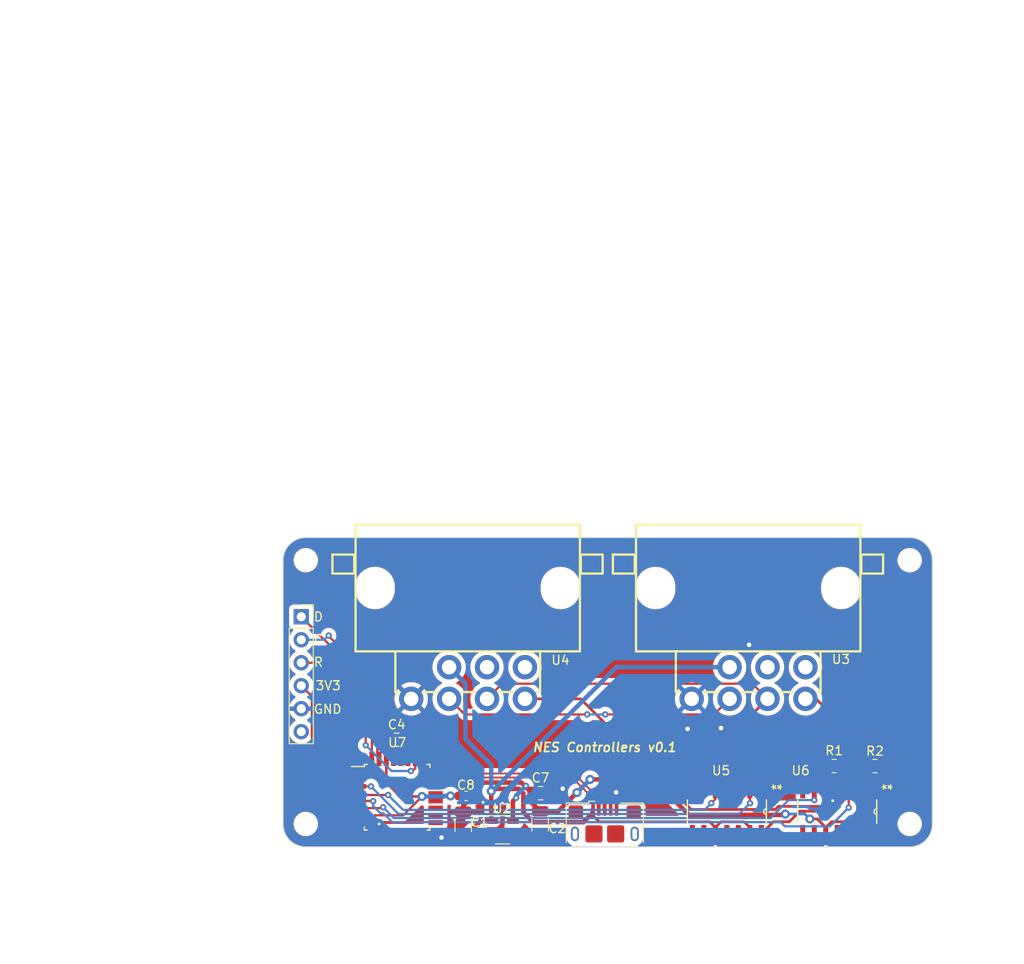
<source format=kicad_pcb>
(kicad_pcb (version 20221018) (generator pcbnew)
  (layers (0 "F.Cu" signal) (31 "B.Cu" signal) (34 "B.Paste" user) (35 "F.Paste" user) (36 "B.SilkS" user "B.Silkscreen") (37 "F.SilkS" user "F.Silkscreen") (38 "B.Mask" user) (39 "F.Mask" user) (44 "Edge.Cuts" user))
  (net 0 "")
  (net 1 "Net-(U7-VDDCORE)")
  (net 3 "/L_3V")
  (net 4 "/C_3V")
  (net 5 "VBUS")
  (net 6 "/D-")
  (net 9 "/D1_3V")
  (net 10 "/D2_3V")
  (net 16 "/D+")
  (net 28 "GND")
  (net 30 "/RESET")
  (net 31 "+3V3")
  (net 32 "/SWCLK")
  (net 33 "/SWDIO")
  (net 36 "/L_5V")
  (net 37 "/C_5V")
  (net 42 "/D1_5V")
  (net 43 "/D2_5V")
  (footprint "Resistor_SMD:R_0805_2012Metric" (layer "F.Cu") (at 171.4125 89.5)
    (fp_text reference "R2" (at 0 -1.65) (layer "F.SilkS"))
    (fp_text value "10k")
    (fp_line (start -0.227064 -0.735) (end 0.227064 -0.735) (stroke (width 0.12)) (layer "F.SilkS"))
    (fp_line (start -0.227064 0.735) (end 0.227064 0.735) (stroke (width 0.12)) (layer "F.SilkS"))
    (pad "1" smd roundrect (at -0.9125 0) (size 1.025 1.4) (layers "F.Cu" "F.Paste" "F.Mask") (roundrect_rratio 0.243902) (net 5 "VBUS"))
    (pad "2" smd roundrect (at 0.9125 0) (size 1.025 1.4) (layers "F.Cu" "F.Paste" "F.Mask") (roundrect_rratio 0.243902) (net 42 "/D1_5V"))
  )
  (footprint "Capacitor_SMD:C_0805_2012Metric" (layer "F.Cu") (at 118.55 86.6)
    (fp_text reference "C4" (at 0 -1.68) (layer "F.SilkS"))
    (fp_text value "1uF")
    (fp_line (start -0.261252 -0.735) (end 0.261252 -0.735) (stroke (width 0.12)) (layer "F.SilkS"))
    (fp_line (start -0.261252 0.735) (end 0.261252 0.735) (stroke (width 0.12)) (layer "F.SilkS"))
    (pad "1" smd roundrect (at -0.95 0) (size 1 1.45) (layers "F.Cu" "F.Paste" "F.Mask") (net 1 "Net-(U7-VDDCORE)"))
    (pad "2" smd roundrect (at 0.95 0) (size 1 1.45) (layers "F.Cu" "F.Paste" "F.Mask") (net 28 "GND"))
  )
  (footprint "Minor_Industries:SN74AHCT125DR" (layer "F.Cu") (at 155.04 94.5362 -90)
    (fp_text reference "U5" (at -4.5362 0.64 unlocked) (layer "F.SilkS"))
    (fp_text value "SN74AHCT125DR")
    (fp_text user "*" (at -2.7178 -5.5118 -270) (layer "F.SilkS"))
    (fp_text user "*" (at -2.7178 -5.5118 -90 unlocked) (layer "F.SilkS"))
    (fp_line (start -1.292503 4.3688) (end 1.292503 4.3688) (stroke (width 0.1524)) (layer "F.SilkS"))
    (fp_line (start 1.292503 -4.3688) (end -1.292503 -4.3688) (stroke (width 0.1524)) (layer "F.SilkS"))
    (fp_arc (start 0.3048 -4.3688) (mid 0 -4.064) (end -0.3048 -4.3688) (stroke (width 0.1524)) (layer "F.SilkS"))
    (fp_poly (pts (xy 3.9624 1.0795) (xy 3.9624 1.4605) (xy 3.7084 1.4605) (xy 3.7084 1.0795)) (fill solid) (layer "F.SilkS"))
    (pad "1" smd rect (at -2.4638 -3.81 270) (size 1.9812 0.5588) (layers "F.Cu" "F.Paste" "F.Mask") (net 28 "GND"))
    (pad "2" smd rect (at -2.4638 -2.54 270) (size 1.9812 0.5588) (layers "F.Cu" "F.Paste" "F.Mask") (net 3 "/L_3V"))
    (pad "3" smd rect (at -2.4638 -1.27 270) (size 1.9812 0.5588) (layers "F.Cu" "F.Paste" "F.Mask") (net 36 "/L_5V"))
    (pad "4" smd rect (at -2.4638 0 270) (size 1.9812 0.5588) (layers "F.Cu" "F.Paste" "F.Mask") (net 28 "GND"))
    (pad "5" smd rect (at -2.4638 1.27 270) (size 1.9812 0.5588) (layers "F.Cu" "F.Paste" "F.Mask") (net 4 "/C_3V"))
    (pad "6" smd rect (at -2.4638 2.54 270) (size 1.9812 0.5588) (layers "F.Cu" "F.Paste" "F.Mask") (net 37 "/C_5V"))
    (pad "7" smd rect (at -2.4638 3.81 270) (size 1.9812 0.5588) (layers "F.Cu" "F.Paste" "F.Mask") (net 28 "GND"))
    (pad "8" smd rect (at 2.4638 3.81 270) (size 1.9812 0.5588) (layers "F.Cu" "F.Paste" "F.Mask"))
    (pad "9" smd rect (at 2.4638 2.54 270) (size 1.9812 0.5588) (layers "F.Cu" "F.Paste" "F.Mask"))
    (pad "10" smd rect (at 2.4638 1.27 270) (size 1.9812 0.5588) (layers "F.Cu" "F.Paste" "F.Mask") (net 5 "VBUS"))
    (pad "11" smd rect (at 2.4638 0 270) (size 1.9812 0.5588) (layers "F.Cu" "F.Paste" "F.Mask"))
    (pad "12" smd rect (at 2.4638 -1.27 270) (size 1.9812 0.5588) (layers "F.Cu" "F.Paste" "F.Mask"))
    (pad "13" smd rect (at 2.4638 -2.54 270) (size 1.9812 0.5588) (layers "F.Cu" "F.Paste" "F.Mask") (net 5 "VBUS"))
    (pad "14" smd rect (at 2.4638 -3.81 270) (size 1.9812 0.5588) (layers "F.Cu" "F.Paste" "F.Mask") (net 5 "VBUS"))
  )
  (footprint "MountingHole:MountingHole_2.2mm_M2" (layer "F.Cu") (at 108.5 95.9)
    (fp_text reference "H1")
    (fp_text value "MountingHole")
    (pad "" np_thru_hole circle (at 0 0) (size 2.2 2.2) (drill 2.2) (layers "*.Cu" "*.Mask"))
  )
  (footprint "Package_QFP:TQFP-32_7x7mm_P0.8mm" (layer "F.Cu") (at 118.6 92.95)
    (fp_text reference "U7" (at 0 -6.05) (layer "F.SilkS"))
    (fp_text value "ATSAMD21E18A-A")
    (fp_line (start -3.625 -3.625) (end -3.625 -3.4) (stroke (width 0.15)) (layer "F.SilkS"))
    (fp_line (start -3.625 -3.625) (end -3.3 -3.625) (stroke (width 0.15)) (layer "F.SilkS"))
    (fp_line (start -3.625 -3.4) (end -5.05 -3.4) (stroke (width 0.15)) (layer "F.SilkS"))
    (fp_line (start -3.625 3.625) (end -3.625 3.3) (stroke (width 0.15)) (layer "F.SilkS"))
    (fp_line (start -3.625 3.625) (end -3.3 3.625) (stroke (width 0.15)) (layer "F.SilkS"))
    (fp_line (start 3.625 -3.625) (end 3.3 -3.625) (stroke (width 0.15)) (layer "F.SilkS"))
    (fp_line (start 3.625 -3.625) (end 3.625 -3.3) (stroke (width 0.15)) (layer "F.SilkS"))
    (fp_line (start 3.625 3.625) (end 3.3 3.625) (stroke (width 0.15)) (layer "F.SilkS"))
    (fp_line (start 3.625 3.625) (end 3.625 3.3) (stroke (width 0.15)) (layer "F.SilkS"))
    (pad "1" smd rect (at -4.25 -2.8) (size 1.6 0.55) (layers "F.Cu" "F.Paste" "F.Mask"))
    (pad "2" smd rect (at -4.25 -2) (size 1.6 0.55) (layers "F.Cu" "F.Paste" "F.Mask"))
    (pad "3" smd rect (at -4.25 -1.2) (size 1.6 0.55) (layers "F.Cu" "F.Paste" "F.Mask") (net 3 "/L_3V"))
    (pad "4" smd rect (at -4.25 -0.4) (size 1.6 0.55) (layers "F.Cu" "F.Paste" "F.Mask") (net 4 "/C_3V"))
    (pad "5" smd rect (at -4.25 0.4) (size 1.6 0.55) (layers "F.Cu" "F.Paste" "F.Mask") (net 9 "/D1_3V"))
    (pad "6" smd rect (at -4.25 1.2) (size 1.6 0.55) (layers "F.Cu" "F.Paste" "F.Mask") (net 10 "/D2_3V"))
    (pad "7" smd rect (at -4.25 2) (size 1.6 0.55) (layers "F.Cu" "F.Paste" "F.Mask"))
    (pad "8" smd rect (at -4.25 2.8) (size 1.6 0.55) (layers "F.Cu" "F.Paste" "F.Mask"))
    (pad "9" smd rect (at -2.8 4.25 90) (size 1.6 0.55) (layers "F.Cu" "F.Paste" "F.Mask") (net 31 "+3V3"))
    (pad "10" smd rect (at -2 4.25 90) (size 1.6 0.55) (layers "F.Cu" "F.Paste" "F.Mask") (net 28 "GND"))
    (pad "11" smd rect (at -1.2 4.25 90) (size 1.6 0.55) (layers "F.Cu" "F.Paste" "F.Mask"))
    (pad "12" smd rect (at -0.4 4.25 90) (size 1.6 0.55) (layers "F.Cu" "F.Paste" "F.Mask"))
    (pad "13" smd rect (at 0.4 4.25 90) (size 1.6 0.55) (layers "F.Cu" "F.Paste" "F.Mask"))
    (pad "14" smd rect (at 1.2 4.25 90) (size 1.6 0.55) (layers "F.Cu" "F.Paste" "F.Mask"))
    (pad "15" smd rect (at 2 4.25 90) (size 1.6 0.55) (layers "F.Cu" "F.Paste" "F.Mask"))
    (pad "16" smd rect (at 2.8 4.25 90) (size 1.6 0.55) (layers "F.Cu" "F.Paste" "F.Mask"))
    (pad "17" smd rect (at 4.25 2.8) (size 1.6 0.55) (layers "F.Cu" "F.Paste" "F.Mask"))
    (pad "18" smd rect (at 4.25 2) (size 1.6 0.55) (layers "F.Cu" "F.Paste" "F.Mask"))
    (pad "19" smd rect (at 4.25 1.2) (size 1.6 0.55) (layers "F.Cu" "F.Paste" "F.Mask"))
    (pad "20" smd rect (at 4.25 0.4) (size 1.6 0.55) (layers "F.Cu" "F.Paste" "F.Mask"))
    (pad "21" smd rect (at 4.25 -0.4) (size 1.6 0.55) (layers "F.Cu" "F.Paste" "F.Mask"))
    (pad "22" smd rect (at 4.25 -1.2) (size 1.6 0.55) (layers "F.Cu" "F.Paste" "F.Mask"))
    (pad "23" smd rect (at 4.25 -2) (size 1.6 0.55) (layers "F.Cu" "F.Paste" "F.Mask") (net 6 "/D-"))
    (pad "24" smd rect (at 4.25 -2.8) (size 1.6 0.55) (layers "F.Cu" "F.Paste" "F.Mask") (net 16 "/D+"))
    (pad "25" smd rect (at 2.8 -4.25 90) (size 1.6 0.55) (layers "F.Cu" "F.Paste" "F.Mask"))
    (pad "26" smd rect (at 2 -4.25 90) (size 1.6 0.55) (layers "F.Cu" "F.Paste" "F.Mask") (net 30 "/RESET"))
    (pad "27" smd rect (at 1.2 -4.25 90) (size 1.6 0.55) (layers "F.Cu" "F.Paste" "F.Mask"))
    (pad "28" smd rect (at 0.4 -4.25 90) (size 1.6 0.55) (layers "F.Cu" "F.Paste" "F.Mask") (net 28 "GND"))
    (pad "29" smd rect (at -0.4 -4.25 90) (size 1.6 0.55) (layers "F.Cu" "F.Paste" "F.Mask") (net 1 "Net-(U7-VDDCORE)"))
    (pad "30" smd rect (at -1.2 -4.25 90) (size 1.6 0.55) (layers "F.Cu" "F.Paste" "F.Mask") (net 31 "+3V3"))
    (pad "31" smd rect (at -2 -4.25 90) (size 1.6 0.55) (layers "F.Cu" "F.Paste" "F.Mask") (net 32 "/SWCLK"))
    (pad "32" smd rect (at -2.8 -4.25 90) (size 1.6 0.55) (layers "F.Cu" "F.Paste" "F.Mask") (net 33 "/SWDIO"))
  )
  (footprint "Capacitor_SMD:C_0805_2012Metric" (layer "F.Cu") (at 134.45 92.5)
    (fp_text reference "C7" (at 0 -1.7 180) (layer "F.SilkS"))
    (fp_text value "1uF")
    (fp_line (start -0.261252 -0.735) (end 0.261252 -0.735) (stroke (width 0.12)) (layer "F.SilkS"))
    (fp_line (start -0.261252 0.735) (end 0.261252 0.735) (stroke (width 0.12)) (layer "F.SilkS"))
    (pad "1" smd roundrect (at -0.95 0) (size 1 1.45) (layers "F.Cu" "F.Paste" "F.Mask") (net 31 "+3V3"))
    (pad "2" smd roundrect (at 0.95 0) (size 1 1.45) (layers "F.Cu" "F.Paste" "F.Mask") (net 28 "GND"))
  )
  (footprint "Capacitor_SMD:C_1206_3216Metric" (layer "F.Cu") (at 125.9 96.025 90)
    (fp_text reference "C1" (at 0.325 1.8) (layer "F.SilkS"))
    (fp_text value "10uF")
    (fp_line (start -0.711252 -0.91) (end 0.711252 -0.91) (stroke (width 0.12)) (layer "F.SilkS"))
    (fp_line (start -0.711252 0.91) (end 0.711252 0.91) (stroke (width 0.12)) (layer "F.SilkS"))
    (pad "1" smd roundrect (at -1.475 0 90) (size 1.15 1.8) (layers "F.Cu" "F.Paste" "F.Mask") (roundrect_rratio 0.217391) (net 5 "VBUS"))
    (pad "2" smd roundrect (at 1.475 0 90) (size 1.15 1.8) (layers "F.Cu" "F.Paste" "F.Mask") (roundrect_rratio 0.217391) (net 28 "GND"))
  )
  (footprint "Minor_Industries:NES controller port" (layer "F.Cu") (at 157.4 77.0724 180)
    (fp_text reference "U3" (at -10.25 -0.6276 unlocked) (layer "F.SilkS"))
    (fp_text value "~")
    (fp_line (start -8 -4.25) (end -8 0.25) (stroke (width 0.254)) (layer "F.SilkS"))
    (fp_line (start -8 -4.25) (end -7.6 -4.25) (stroke (width 0.254)) (layer "F.SilkS"))
    (fp_line (start -3.41 -4.25) (end -5.05 -4.25) (stroke (width 0.254)) (layer "F.SilkS"))
    (fp_line (start 0.78 -4.25) (end -0.86 -4.25) (stroke (width 0.254)) (layer "F.SilkS"))
    (fp_line (start 4.97 -4.25) (end 3.33 -4.25) (stroke (width 0.254)) (layer "F.SilkS"))
    (fp_line (start 8 -4.25) (end 7.53 -4.25) (stroke (width 0.254)) (layer "F.SilkS"))
    (fp_line (start 8 0.25) (end 8 -4.25) (stroke (width 0.254)) (layer "F.SilkS"))
    (fp_rect (start -12.5 10.95) (end -14.913 8.85) (stroke (width 0.254)) (fill none) (layer "F.SilkS"))
    (fp_rect (start 12.4 14.25) (end -12.4 0.25) (stroke (width 0.254)) (fill none) (layer "F.SilkS"))
    (fp_rect (start 14.9565 10.95) (end 12.5435 8.85) (stroke (width 0.254)) (fill none) (layer "F.SilkS"))
    (pad "" np_thru_hole oval (at -10.25 7.25 180) (size 3.9 4.2) (drill oval 3.9 4.2) (layers "F&B.Cu" "*.Mask"))
    (pad "" thru_hole circle (at -6.325 -1.5 180) (size 2.7 2.7) (drill 1.6) (layers "*.Cu" "*.Mask"))
    (pad "" thru_hole circle (at -2.134 -1.5 180) (size 2.7 2.7) (drill 1.6) (layers "*.Cu" "*.Mask"))
    (pad "" np_thru_hole oval (at 10.25 7.25 180) (size 3.9 4.2) (drill oval 3.9 4.2) (layers "F&B.Cu" "*.Mask"))
    (pad "1" thru_hole circle (at 2.057 -1.5 180) (size 2.7 2.7) (drill 1.6) (layers "*.Cu" "*.Mask") (net 5 "VBUS"))
    (pad "2" thru_hole circle (at 6.25 -5 180) (size 2.7 2.7) (drill 1.6) (layers "*.Cu" "*.Mask") (net 28 "GND"))
    (pad "3" thru_hole circle (at -6.325 -5 180) (size 2.7 2.7) (drill 1.6) (layers "*.Cu" "*.Mask") (net 42 "/D1_5V"))
    (pad "4" thru_hole circle (at -2.134 -5 180) (size 2.7 2.7) (drill 1.6) (layers "*.Cu" "*.Mask") (net 36 "/L_5V"))
    (pad "5" thru_hole circle (at 2.057 -5 180) (size 2.7 2.7) (drill 1.6) (layers "*.Cu" "*.Mask") (net 37 "/C_5V"))
  )
  (footprint "Package_TO_SOT_SMD:SOT-23-5" (layer "F.Cu") (at 130.2625 96.55)
    (fp_text reference "U2" (at -0.0625 -2.35 180) (layer "F.SilkS"))
    (fp_text value "AP2112K-3.3")
    (fp_line (start 0 -1.56) (end -1.8 -1.56) (stroke (width 0.12)) (layer "F.SilkS"))
    (fp_line (start 0 -1.56) (end 0.8 -1.56) (stroke (width 0.12)) (layer "F.SilkS"))
    (fp_line (start 0 1.56) (end -0.8 1.56) (stroke (width 0.12)) (layer "F.SilkS"))
    (fp_line (start 0 1.56) (end 0.8 1.56) (stroke (width 0.12)) (layer "F.SilkS"))
    (pad "1" smd roundrect (at -1.1375 -0.95) (size 1.325 0.6) (layers "F.Cu" "F.Paste" "F.Mask") (net 5 "VBUS"))
    (pad "2" smd roundrect (at -1.1375 0) (size 1.325 0.6) (layers "F.Cu" "F.Paste" "F.Mask") (net 28 "GND"))
    (pad "3" smd roundrect (at -1.1375 0.95) (size 1.325 0.6) (layers "F.Cu" "F.Paste" "F.Mask") (net 5 "VBUS"))
    (pad "4" smd roundrect (at 1.1375 0.95) (size 1.325 0.6) (layers "F.Cu" "F.Paste" "F.Mask"))
    (pad "5" smd roundrect (at 1.1375 -0.95) (size 1.325 0.6) (layers "F.Cu" "F.Paste" "F.Mask") (net 31 "+3V3"))
  )
  (footprint "Capacitor_SMD:C_0603_1608Metric" (layer "F.Cu") (at 126.225 92.8)
    (fp_text reference "C8" (at -0.025 -1.2 180) (layer "F.SilkS"))
    (fp_text value "1uF")
    (fp_line (start -0.14058 -0.51) (end 0.14058 -0.51) (stroke (width 0.12)) (layer "F.SilkS"))
    (fp_line (start -0.14058 0.51) (end 0.14058 0.51) (stroke (width 0.12)) (layer "F.SilkS"))
    (pad "1" smd roundrect (at -0.775 0) (size 0.9 0.95) (layers "F.Cu" "F.Paste" "F.Mask") (net 31 "+3V3"))
    (pad "2" smd roundrect (at 0.775 0) (size 0.9 0.95) (layers "F.Cu" "F.Paste" "F.Mask") (net 28 "GND"))
  )
  (footprint "Capacitor_SMD:C_1206_3216Metric" (layer "F.Cu") (at 134.4 95.975 -90)
    (fp_text reference "C2" (at 0.425 -1.9) (layer "F.SilkS"))
    (fp_text value "10uF")
    (fp_line (start -0.711252 -0.91) (end 0.711252 -0.91) (stroke (width 0.12)) (layer "F.SilkS"))
    (fp_line (start -0.711252 0.91) (end 0.711252 0.91) (stroke (width 0.12)) (layer "F.SilkS"))
    (pad "1" smd roundrect (at -1.475 0 270) (size 1.15 1.8) (layers "F.Cu" "F.Paste" "F.Mask") (roundrect_rratio 0.217391) (net 31 "+3V3"))
    (pad "2" smd roundrect (at 1.475 0 270) (size 1.15 1.8) (layers "F.Cu" "F.Paste" "F.Mask") (roundrect_rratio 0.217391) (net 28 "GND"))
  )
  (footprint "Minor_Industries:SN74LVC125ADR" (layer "F.Cu") (at 167.24 94.5362 -90)
    (fp_text reference "U6" (at -4.5362 4.04 unlocked) (layer "F.SilkS"))
    (fp_text value "SN74LVC125ADR")
    (fp_text user "*" (at -2.7178 -5.5118 90) (layer "F.SilkS"))
    (fp_text user "*" (at -2.7178 -5.5118 -90 unlocked) (layer "F.SilkS"))
    (fp_line (start -1.292503 4.3688) (end 1.292503 4.3688) (stroke (width 0.1524)) (layer "F.SilkS"))
    (fp_line (start 1.292503 -4.3688) (end -1.292503 -4.3688) (stroke (width 0.1524)) (layer "F.SilkS"))
    (fp_arc (start 0.3048 -4.3688) (mid 0 -4.064) (end -0.3048 -4.3688) (stroke (width 0.1524)) (layer "F.SilkS"))
    (fp_poly (pts (xy 3.9624 1.0795) (xy 3.9624 1.4605) (xy 3.7084 1.4605) (xy 3.7084 1.0795)) (fill solid) (layer "F.SilkS"))
    (pad "1" smd rect (at -2.4638 -3.81 270) (size 1.9812 0.5588) (layers "F.Cu" "F.Paste" "F.Mask") (net 28 "GND"))
    (pad "2" smd rect (at -2.4638 -2.54 270) (size 1.9812 0.5588) (layers "F.Cu" "F.Paste" "F.Mask") (net 42 "/D1_5V"))
    (pad "3" smd rect (at -2.4638 -1.27 270) (size 1.9812 0.5588) (layers "F.Cu" "F.Paste" "F.Mask") (net 9 "/D1_3V"))
    (pad "4" smd rect (at -2.4638 0 270) (size 1.9812 0.5588) (layers "F.Cu" "F.Paste" "F.Mask") (net 28 "GND"))
    (pad "5" smd rect (at -2.4638 1.27 270) (size 1.9812 0.5588) (layers "F.Cu" "F.Paste" "F.Mask") (net 43 "/D2_5V"))
    (pad "6" smd rect (at -2.4638 2.54 270) (size 1.9812 0.5588) (layers "F.Cu" "F.Paste" "F.Mask") (net 10 "/D2_3V"))
    (pad "7" smd rect (at -2.4638 3.81 270) (size 1.9812 0.5588) (layers "F.Cu" "F.Paste" "F.Mask") (net 28 "GND"))
    (pad "8" smd rect (at 2.4638 3.81 270) (size 1.9812 0.5588) (layers "F.Cu" "F.Paste" "F.Mask"))
    (pad "9" smd rect (at 2.4638 2.54 270) (size 1.9812 0.5588) (layers "F.Cu" "F.Paste" "F.Mask"))
    (pad "10" smd rect (at 2.4638 1.27 270) (size 1.9812 0.5588) (layers "F.Cu" "F.Paste" "F.Mask") (net 31 "+3V3"))
    (pad "11" smd rect (at 2.4638 0 270) (size 1.9812 0.5588) (layers "F.Cu" "F.Paste" "F.Mask"))
    (pad "12" smd rect (at 2.4638 -1.27 270) (size 1.9812 0.5588) (layers "F.Cu" "F.Paste" "F.Mask"))
    (pad "13" smd rect (at 2.4638 -2.54 270) (size 1.9812 0.5588) (layers "F.Cu" "F.Paste" "F.Mask") (net 31 "+3V3"))
    (pad "14" smd rect (at 2.4638 -3.81 270) (size 1.9812 0.5588) (layers "F.Cu" "F.Paste" "F.Mask") (net 31 "+3V3"))
  )
  (footprint "Minor_Industries:NES controller port" (layer "F.Cu") (at 126.4 77.0724 180)
    (fp_text reference "U4" (at -10.25 -0.7276 unlocked) (layer "F.SilkS"))
    (fp_text value "~")
    (fp_line (start -8 -4.25) (end -8 0.25) (stroke (width 0.254)) (layer "F.SilkS"))
    (fp_line (start -8 -4.25) (end -7.6 -4.25) (stroke (width 0.254)) (layer "F.SilkS"))
    (fp_line (start -3.41 -4.25) (end -5.05 -4.25) (stroke (width 0.254)) (layer "F.SilkS"))
    (fp_line (start 0.78 -4.25) (end -0.86 -4.25) (stroke (width 0.254)) (layer "F.SilkS"))
    (fp_line (start 4.97 -4.25) (end 3.33 -4.25) (stroke (width 0.254)) (layer "F.SilkS"))
    (fp_line (start 8 -4.25) (end 7.53 -4.25) (stroke (width 0.254)) (layer "F.SilkS"))
    (fp_line (start 8 0.25) (end 8 -4.25) (stroke (width 0.254)) (layer "F.SilkS"))
    (fp_rect (start -12.5 10.95) (end -14.913 8.85) (stroke (width 0.254)) (fill none) (layer "F.SilkS"))
    (fp_rect (start 12.4 14.25) (end -12.4 0.25) (stroke (width 0.254)) (fill none) (layer "F.SilkS"))
    (fp_rect (start 14.9565 10.95) (end 12.5435 8.85) (stroke (width 0.254)) (fill none) (layer "F.SilkS"))
    (pad "" np_thru_hole oval (at -10.25 7.25 180) (size 3.9 4.2) (drill oval 3.9 4.2) (layers "F&B.Cu" "*.Mask"))
    (pad "" thru_hole circle (at -6.325 -1.5 180) (size 2.7 2.7) (drill 1.6) (layers "*.Cu" "*.Mask"))
    (pad "" thru_hole circle (at -2.134 -1.5 180) (size 2.7 2.7) (drill 1.6) (layers "*.Cu" "*.Mask"))
    (pad "" np_thru_hole oval (at 10.25 7.25 180) (size 3.9 4.2) (drill oval 3.9 4.2) (layers "F&B.Cu" "*.Mask"))
    (pad "1" thru_hole circle (at 2.057 -1.5 180) (size 2.7 2.7) (drill 1.6) (layers "*.Cu" "*.Mask") (net 5 "VBUS"))
    (pad "2" thru_hole circle (at 6.25 -5 180) (size 2.7 2.7) (drill 1.6) (layers "*.Cu" "*.Mask") (net 28 "GND"))
    (pad "3" thru_hole circle (at -6.325 -5 180) (size 2.7 2.7) (drill 1.6) (layers "*.Cu" "*.Mask") (net 43 "/D2_5V"))
    (pad "4" thru_hole circle (at -2.134 -5 180) (size 2.7 2.7) (drill 1.6) (layers "*.Cu" "*.Mask") (net 36 "/L_5V"))
    (pad "5" thru_hole circle (at 2.057 -5 180) (size 2.7 2.7) (drill 1.6) (layers "*.Cu" "*.Mask") (net 37 "/C_5V"))
  )
  (footprint "Resistor_SMD:R_0805_2012Metric" (layer "F.Cu") (at 166.9 89.5 180)
    (fp_text reference "R1" (at 0 1.7) (layer "F.SilkS"))
    (fp_text value "10k")
    (fp_line (start -0.227064 -0.735) (end 0.227064 -0.735) (stroke (width 0.12)) (layer "F.SilkS"))
    (fp_line (start -0.227064 0.735) (end 0.227064 0.735) (stroke (width 0.12)) (layer "F.SilkS"))
    (pad "1" smd roundrect (at -0.9125 0 180) (size 1.025 1.4) (layers "F.Cu" "F.Paste" "F.Mask") (roundrect_rratio 0.243902) (net 5 "VBUS"))
    (pad "2" smd roundrect (at 0.9125 0 180) (size 1.025 1.4) (layers "F.Cu" "F.Paste" "F.Mask") (roundrect_rratio 0.243902) (net 43 "/D2_5V"))
  )
  (footprint "Connector_USB:USB_Micro-B_Amphenol_10118193-0001LF_Horizontal" (layer "F.Cu") (at 141.55 97)
    (fp_text reference "J1")
    (fp_text value "USB_B_Micro")
    (fp_line (start -4.26 -3.41) (end -4.26 0.95) (stroke (width 0.12)) (layer "F.SilkS"))
    (fp_line (start -4.26 -3.41) (end -1.76 -3.41) (stroke (width 0.12)) (layer "F.SilkS"))
    (fp_line (start -1.76 -3.41) (end -1.76 -3.61) (stroke (width 0.12)) (layer "F.SilkS"))
    (fp_line (start -1.1 -3.61) (end -1.76 -3.61) (stroke (width 0.12)) (layer "F.SilkS"))
    (fp_line (start 1.76 -3.41) (end 4.26 -3.41) (stroke (width 0.12)) (layer "F.SilkS"))
    (fp_line (start 4.26 -3.41) (end 4.26 0.95) (stroke (width 0.12)) (layer "F.SilkS"))
    (pad "1" smd roundrect (at -1.3 -2.675) (size 0.4 1.35) (layers "F.Cu" "F.Paste" "F.Mask") (net 5 "VBUS"))
    (pad "2" smd roundrect (at -0.65 -2.675) (size 0.4 1.35) (layers "F.Cu" "F.Paste" "F.Mask") (net 6 "/D-"))
    (pad "3" smd roundrect (at 0 -2.675) (size 0.4 1.35) (layers "F.Cu" "F.Paste" "F.Mask") (net 16 "/D+"))
    (pad "4" smd roundrect (at 0.65 -2.675) (size 0.4 1.35) (layers "F.Cu" "F.Paste" "F.Mask"))
    (pad "5" smd roundrect (at 1.3 -2.675) (size 0.4 1.35) (layers "F.Cu" "F.Paste" "F.Mask") (net 28 "GND"))
    (pad "6" thru_hole oval (at -3.3 0 90) (size 1.6 0.9) (drill oval 1.2 0.5) (layers "*.Cu" "*.Mask" "F.Paste"))
    (pad "6" smd roundrect (at -3.2 -2.45) (size 1.6 1.4) (layers "F.Cu" "F.Paste" "F.Mask") (roundrect_rratio 0.1785714286))
    (pad "6" smd roundrect (at -1.2 0) (size 1.9 1.9) (layers "F.Cu" "F.Paste" "F.Mask") (roundrect_rratio 0.1315789474))
    (pad "6" smd roundrect (at 1.2 0) (size 1.9 1.9) (layers "F.Cu" "F.Paste" "F.Mask") (roundrect_rratio 0.1315789474))
    (pad "6" smd roundrect (at 3.2 -2.45) (size 1.6 1.4) (layers "F.Cu" "F.Paste" "F.Mask") (roundrect_rratio 0.1785714286))
    (pad "6" thru_hole oval (at 3.3 0 90) (size 1.6 0.9) (drill oval 1.2 0.5) (layers "*.Cu" "*.Mask" "F.Paste"))
  )
  (footprint "Connector_PinSocket_2.54mm:PinSocket_1x06_P2.54mm_Vertical" (layer "F.Cu") (at 108 73)
    (fp_text reference "J3")
    (fp_text value "Conn_01x06")
    (fp_line (start -1.33 1.27) (end -1.33 14.03) (stroke (width 0.12)) (layer "F.SilkS"))
    (fp_line (start -1.33 1.27) (end 1.33 1.27) (stroke (width 0.12)) (layer "F.SilkS"))
    (fp_line (start -1.33 14.03) (end 1.33 14.03) (stroke (width 0.12)) (layer "F.SilkS"))
    (fp_line (start 0 -1.33) (end 1.33 -1.33) (stroke (width 0.12)) (layer "F.SilkS"))
    (fp_line (start 1.33 -1.33) (end 1.33 0) (stroke (width 0.12)) (layer "F.SilkS"))
    (fp_line (start 1.33 1.27) (end 1.33 14.03) (stroke (width 0.12)) (layer "F.SilkS"))
    (pad "1" thru_hole rect (at 0 0) (size 1.7 1.7) (drill 1) (layers "*.Cu" "*.Mask") (net 33 "/SWDIO"))
    (pad "2" thru_hole oval (at 0 2.54) (size 1.7 1.7) (drill 1) (layers "*.Cu" "*.Mask") (net 32 "/SWCLK"))
    (pad "3" thru_hole oval (at 0 5.08) (size 1.7 1.7) (drill 1) (layers "*.Cu" "*.Mask") (net 30 "/RESET"))
    (pad "4" thru_hole oval (at 0 7.62) (size 1.7 1.7) (drill 1) (layers "*.Cu" "*.Mask") (net 31 "+3V3"))
    (pad "5" thru_hole oval (at 0 10.16) (size 1.7 1.7) (drill 1) (layers "*.Cu" "*.Mask") (net 28 "GND"))
    (pad "6" thru_hole oval (at 0 12.7) (size 1.7 1.7) (drill 1) (layers "*.Cu" "*.Mask"))
  )
  (footprint "MountingHole:MountingHole_2.2mm_M2" (layer "F.Cu") (at 175.25 66.75)
    (fp_text reference "H4")
    (fp_text value "MountingHole")
    (pad "" np_thru_hole circle (at 0 0) (size 2.2 2.2) (drill 2.2) (layers "*.Cu" "*.Mask"))
  )
  (footprint "MountingHole:MountingHole_2.2mm_M2" (layer "F.Cu") (at 108.5 66.75)
    (fp_text reference "H3")
    (fp_text value "MountingHole")
    (pad "" np_thru_hole circle (at 0 0) (size 2.2 2.2) (drill 2.2) (layers "*.Cu" "*.Mask"))
  )
  (footprint "MountingHole:MountingHole_2.2mm_M2" (layer "F.Cu") (at 175.25 95.9)
    (fp_text reference "H2")
    (fp_text value "MountingHole")
    (pad "" np_thru_hole circle (at 0 0) (size 2.2 2.2) (drill 2.2) (layers "*.Cu" "*.Mask"))
  )
  (gr_arc (start 106 66.75) (mid 106.732233 64.982233) (end 108.5 64.25) (stroke (width 0.1)) (layer "Edge.Cuts"))
  (gr_line (start 108.5 98.432233) (end 175.25 98.432233) (stroke (width 0.1)) (layer "Edge.Cuts"))
  (gr_arc (start 175.25 64.25) (mid 177.017767 64.982233) (end 177.75 66.75) (stroke (width 0.1)) (layer "Edge.Cuts"))
  (gr_line (start 108.5 64.25) (end 175.25 64.25) (stroke (width 0.1)) (layer "Edge.Cuts"))
  (gr_line (start 177.75 66.75) (end 177.75 95.932233) (stroke (width 0.1)) (layer "Edge.Cuts"))
  (gr_arc (start 177.75 95.932233) (mid 177.017755 97.699979) (end 175.25 98.432233) (stroke (width 0.1)) (layer "Edge.Cuts"))
  (gr_arc (start 108.5 98.432233) (mid 106.732221 97.700002) (end 106 95.932233) (stroke (width 0.1)) (layer "Edge.Cuts"))
  (gr_line (start 106 66.75) (end 106 95.932233) (stroke (width 0.1)) (layer "Edge.Cuts"))
  (gr_text "C" (at 109.3 76.1) (layer "F.SilkS") (effects (font (size 1 1)) (justify left bottom)))
  (gr_text "GND" (at 109.3 83.8) (layer "F.SilkS") (effects (font (size 1 1)) (justify left bottom)))
  (gr_text "NES Controllers v0.1" (at 133.48 88.02) (layer "F.SilkS") (effects (font (size 1 1) (thickness 0.2) bold italic) (justify left bottom)))
  (gr_text "R" (at 109.3 78.6) (layer "F.SilkS") (effects (font (size 1 1)) (justify left bottom)))
  (gr_text "D" (at 109.3 73.6) (layer "F.SilkS") (effects (font (size 1 1)) (justify left bottom)))
  (gr_text "3V3" (at 109.5 81.2) (layer "F.SilkS") (effects (font (size 1 1)) (justify left bottom)))
  (segment (start 118.2 88.7) (end 118.2 87.2) (width 0.3) (layer "F.Cu") (net 1))
  (segment (start 118.2 87.2) (end 117.6 86.6) (width 0.3) (layer "F.Cu") (net 1))
  (segment (start 115.7 91.75) (end 114.35 91.75) (width 0.25) (layer "F.Cu") (net 3))
  (segment (start 157.6 93.6005) (end 157.58 93.5805) (width 0.25) (layer "F.Cu") (net 3))
  (segment (start 157.58 93.5805) (end 157.58 92.0724) (width 0.25) (layer "F.Cu") (net 3))
  (via (at 157.6 93.6005) (size 0.7) (drill 0.3) (layers "F.Cu" "B.Cu") (net 3))
  (via (at 115.7 91.75) (size 0.7) (drill 0.3) (layers "F.Cu" "B.Cu") (net 3))
  (segment (start 156.4005 94.8) (end 118.745405 94.8) (width 0.25) (layer "B.Cu") (net 3))
  (segment (start 157.6 93.6005) (end 156.4005 94.8) (width 0.25) (layer "B.Cu") (net 3))
  (segment (start 118.745405 94.8) (end 115.7 91.754595) (width 0.25) (layer "B.Cu") (net 3))
  (segment (start 115.7 91.754595) (end 115.7 91.75) (width 0.25) (layer "B.Cu") (net 3))
  (segment (start 153.325279 93.6005) (end 153.77 93.155779) (width 0.25) (layer "F.Cu") (net 4))
  (segment (start 153.77 93.155779) (end 153.77 92.0724) (width 0.25) (layer "F.Cu") (net 4))
  (segment (start 114.5 92.7) (end 114.35 92.55) (width 0.25) (layer "F.Cu") (net 4))
  (segment (start 117.6 92.7) (end 114.5 92.7) (width 0.25) (layer "F.Cu") (net 4))
  (via (at 153.325279 93.6005) (size 0.7) (drill 0.3) (layers "F.Cu" "B.Cu") (net 4))
  (via (at 117.6 92.7) (size 0.7) (drill 0.3) (layers "F.Cu" "B.Cu") (net 4))
  (segment (start 119.25 94.35) (end 117.6 92.7) (width 0.25) (layer "B.Cu") (net 4))
  (segment (start 153.325279 93.6005) (end 152.575779 94.35) (width 0.25) (layer "B.Cu") (net 4))
  (segment (start 152.575779 94.35) (end 119.25 94.35) (width 0.25) (layer "B.Cu") (net 4))
  (segment (start 153.77 96.2888) (end 153.77 97) (width 0.3) (layer "F.Cu") (net 5))
  (segment (start 140.2 94.689949) (end 140.2 94.325) (width 0.5) (layer "F.Cu") (net 5))
  (segment (start 140.25 94.986396) (end 140.923004 95.6594) (width 0.3) (layer "F.Cu") (net 5))
  (segment (start 140.25 94.325) (end 140.25 94.986396) (width 0.3) (layer "F.Cu") (net 5))
  (segment (start 161.9406 95.6594) (end 163.106755 94.493245) (width 0.3) (layer "F.Cu") (net 5))
  (segment (start 129 92.2745) (end 129.2495 92.025) (width 0.5) (layer "F.Cu") (net 5))
  (segment (start 157.58 97) (end 157.58 96.2888) (width 0.3) (layer "F.Cu") (net 5))
  (segment (start 132.55 94.614949) (end 133.635051 95.7) (width 0.5) (layer "F.Cu") (net 5))
  (segment (start 166.7824 94.5) (end 167.8806 93.4018) (width 0.3) (layer "F.Cu") (net 5))
  (segment (start 157.58 97) (end 158.85 97) (width 0.3) (layer "F.Cu") (net 5))
  (segment (start 167.8806 89.5681) (end 167.8125 89.5) (width 0.3) (layer "F.Cu") (net 5))
  (segment (start 158.85 97) (end 160.1906 95.6594) (width 0.3) (layer "F.Cu") (net 5))
  (segment (start 133.635051 95.7) (end 139.189949 95.7) (width 0.5) (layer "F.Cu") (net 5))
  (segment (start 139.189949 95.7) (end 140.2 94.689949) (width 0.5) (layer "F.Cu") (net 5))
  (segment (start 160.1906 95.6594) (end 161.9406 95.6594) (width 0.3) (layer "F.Cu") (net 5))
  (segment (start 163.106755 94.493245) (end 164.559283 94.493245) (width 0.3) (layer "F.Cu") (net 5))
  (segment (start 154.3994 95.6594) (end 153.77 96.2888) (width 0.3) (layer "F.Cu") (net 5))
  (segment (start 129 95.475) (end 129.125 95.6) (width 0.5) (layer "F.Cu") (net 5))
  (segment (start 129.2495 92.025) (end 132.03505 92.025) (width 0.5) (layer "F.Cu") (net 5))
  (segment (start 156.9506 95.6594) (end 154.3994 95.6594) (width 0.3) (layer "F.Cu") (net 5))
  (segment (start 125.9 97.5) (end 127.8 95.6) (width 0.5) (layer "F.Cu") (net 5))
  (segment (start 132.03505 92.025) (end 132.55 92.53995) (width 0.5) (layer "F.Cu") (net 5))
  (segment (start 153.1406 95.6594) (end 153.77 96.2888) (width 0.3) (layer "F.Cu") (net 5))
  (segment (start 167.8125 89.5) (end 170.5 89.5) (width 0.3) (layer "F.Cu") (net 5))
  (segment (start 127.8 95.6) (end 129.125 95.6) (width 0.5) (layer "F.Cu") (net 5))
  (segment (start 167.8806 93.4018) (end 167.8806 89.5681) (width 0.3) (layer "F.Cu") (net 5))
  (segment (start 164.566038 94.5) (end 166.7824 94.5) (width 0.3) (layer "F.Cu") (net 5))
  (segment (start 157.58 96.2888) (end 156.9506 95.6594) (width 0.3) (layer "F.Cu") (net 5))
  (segment (start 129 92.2745) (end 129 95.475) (width 0.5) (layer "F.Cu") (net 5))
  (segment (start 164.559283 94.493245) (end 164.566038 94.5) (width 0.3) (layer "F.Cu") (net 5))
  (segment (start 140.923004 95.6594) (end 153.1406 95.6594) (width 0.3) (layer "F.Cu") (net 5))
  (segment (start 132.55 92.53995) (end 132.55 94.614949) (width 0.5) (layer "F.Cu") (net 5))
  (segment (start 125.9 97.5) (end 129.125 97.5) (width 0.5) (layer "F.Cu") (net 5))
  (via (at 129 92.2745) (size 1) (drill 0.5) (layers "F.Cu" "B.Cu") (net 5))
  (segment (start 126.143 86.513) (end 126.143 80.3724) (width 0.5) (layer "B.Cu") (net 5))
  (segment (start 129 89.37) (end 126.143 86.513) (width 0.5) (layer "B.Cu") (net 5))
  (segment (start 126.143 80.3724) (end 124.343 78.5724) (width 0.5) (layer "B.Cu") (net 5))
  (segment (start 129.1255 92.2745) (end 142.8276 78.5724) (width 0.5) (layer "B.Cu") (net 5))
  (segment (start 129 92.2745) (end 129.1255 92.2745) (width 0.5) (layer "B.Cu") (net 5))
  (segment (start 129 92.2745) (end 129 89.37) (width 0.5) (layer "B.Cu") (net 5))
  (segment (start 142.8276 78.5724) (end 155.343 78.5724) (width 0.5) (layer "B.Cu") (net 5))
  (segment (start 124.050001 90.95) (end 124.225001 90.775) (width 0.2) (layer "F.Cu") (net 6))
  (segment (start 140.75 93.584315) (end 140.75 94.161397) (width 0.2) (layer "F.Cu") (net 6))
  (segment (start 140.75 94.161397) (end 140.9 94.311397) (width 0.2) (layer "F.Cu") (net 6))
  (segment (start 140.9 94.311397) (end 140.9 94.325) (width 0.2) (layer "F.Cu") (net 6))
  (segment (start 124.225001 90.775) (end 137.940685 90.775) (width 0.2) (layer "F.Cu") (net 6))
  (segment (start 137.940685 90.775) (end 140.75 93.584315) (width 0.2) (layer "F.Cu") (net 6))
  (segment (start 122.85 90.95) (end 124.050001 90.95) (width 0.2) (layer "F.Cu") (net 6))
  (segment (start 168.51 94.09) (end 168.5 94.1) (width 0.25) (layer "F.Cu") (net 9))
  (segment (start 115.9255 93.35) (end 114.35 93.35) (width 0.25) (layer "F.Cu") (net 9))
  (segment (start 168.51 92.0724) (end 168.51 94.09) (width 0.25) (layer "F.Cu") (net 9))
  (segment (start 115.95 93.3745) (end 115.9255 93.35) (width 0.25) (layer "F.Cu") (net 9))
  (via (at 168.5 94.1) (size 0.7) (drill 0.3) (layers "F.Cu" "B.Cu") (net 9))
  (via (at 115.95 93.3745) (size 0.7) (drill 0.3) (layers "F.Cu" "B.Cu") (net 9))
  (segment (start 115.95 93.3745) (end 115.95 93.913078) (width 0.25) (layer "B.Cu") (net 9))
  (segment (start 118.055121 95.7) (end 161 95.7) (width 0.25) (layer "B.Cu") (net 9))
  (segment (start 161 95.7) (end 161.468245 96.168245) (width 0.25) (layer "B.Cu") (net 9))
  (segment (start 166.431755 96.168245) (end 168.5 94.1) (width 0.25) (layer "B.Cu") (net 9))
  (segment (start 168.3849 93.9849) (end 168.5 94.1) (width 0.25) (layer "B.Cu") (net 9))
  (segment (start 115.95 93.913078) (end 116.766164 94.729242) (width 0.25) (layer "B.Cu") (net 9))
  (segment (start 117.084363 94.729242) (end 118.055121 95.7) (width 0.25) (layer "B.Cu") (net 9))
  (segment (start 116.766164 94.729242) (end 117.084363 94.729242) (width 0.25) (layer "B.Cu") (net 9))
  (segment (start 161.468245 96.168245) (end 166.431755 96.168245) (width 0.25) (layer "B.Cu") (net 9))
  (segment (start 117.045759 94.054242) (end 116.950001 94.15) (width 0.25) (layer "F.Cu") (net 10))
  (segment (start 116.950001 94.15) (end 114.35 94.15) (width 0.25) (layer "F.Cu") (net 10))
  (segment (start 164.7 92.0724) (end 164.7 93.2604) (width 0.25) (layer "F.Cu") (net 10))
  (via (at 164.7 93.2604) (size 0.7) (drill 0.3) (layers "F.Cu" "B.Cu") (net 10))
  (via (at 117.045759 94.054242) (size 0.7) (drill 0.3) (layers "F.Cu" "B.Cu") (net 10))
  (segment (start 159.873373 95.25) (end 161.862973 93.2604) (width 0.25) (layer "B.Cu") (net 10))
  (segment (start 117.045759 94.054242) (end 118.241517 95.25) (width 0.25) (layer "B.Cu") (net 10))
  (segment (start 118.241517 95.25) (end 159.873373 95.25) (width 0.25) (layer "B.Cu") (net 10))
  (segment (start 161.862973 93.2604) (end 164.7 93.2604) (width 0.25) (layer "B.Cu") (net 10))
  (segment (start 124.050001 90.15) (end 124.225001 90.325) (width 0.2) (layer "F.Cu") (net 16))
  (segment (start 138.140685 90.325) (end 141.4 93.584315) (width 0.2) (layer "F.Cu") (net 16))
  (segment (start 141.4 94.175) (end 141.55 94.325) (width 0.2) (layer "F.Cu") (net 16))
  (segment (start 124.225001 90.325) (end 138.140685 90.325) (width 0.2) (layer "F.Cu") (net 16))
  (segment (start 141.4 93.584315) (end 141.4 94.175) (width 0.2) (layer "F.Cu") (net 16))
  (segment (start 122.85 90.15) (end 124.050001 90.15) (width 0.2) (layer "F.Cu") (net 16))
  (segment (start 132.161028 96.75) (end 132.8 97.388972) (width 0.5) (layer "F.Cu") (net 28))
  (segment (start 128.1 93.5) (end 127.7 93.5) (width 0.5) (layer "F.Cu") (net 28))
  (segment (start 119 87.1) (end 119 88.7) (width 0.3) (layer "F.Cu") (net 28))
  (segment (start 125.9 94.55) (end 125.9 93.9) (width 0.5) (layer "F.Cu") (net 28))
  (segment (start 125.9 93.9) (end 127 92.8) (width 0.5) (layer "F.Cu") (net 28))
  (segment (start 129.125 96.55) (end 129.325 96.75) (width 0.5) (layer "F.Cu") (net 28))
  (segment (start 132.8 97.5) (end 134.35 97.5) (width 0.5) (layer "F.Cu") (net 28))
  (segment (start 125.9 95) (end 123.5 97.4) (width 0.5) (layer "F.Cu") (net 28))
  (segment (start 142.85 94.325) (end 142.85 92.45) (width 0.3) (layer "F.Cu") (net 28))
  (segment (start 129.686028 96.55) (end 129.125 96.55) (width 0.5) (layer "F.Cu") (net 28))
  (segment (start 142.85 92.45) (end 142.8 92.4) (width 0.3) (layer "F.Cu") (net 28))
  (segment (start 116.6 97.2) (end 116.6 95.9) (width 0.3) (layer "F.Cu") (net 28))
  (segment (start 167.24 92.814529) (end 166.735734 93.318795) (width 0.3) (layer "F.Cu") (net 28))
  (segment (start 130.2375 93.6) (end 130.2375 95.998528) (width 0.5) (layer "F.Cu") (net 28))
  (segment (start 167.24 92.0724) (end 167.24 92.814529) (width 0.3) (layer "F.Cu") (net 28))
  (segment (start 134.35 97.5) (end 134.4 97.45) (width 0.5) (layer "F.Cu") (net 28))
  (segment (start 135.4 92.5) (end 136.4 92.5) (width 0.5) (layer "F.Cu") (net 28))
  (segment (start 125.9 94.55) (end 125.9 95) (width 0.5) (layer "F.Cu") (net 28))
  (segment (start 132.8 97.388972) (end 132.8 97.5) (width 0.5) (layer "F.Cu") (net 28))
  (segment (start 130.2375 95.998528) (end 129.686028 96.55) (width 0.5) (layer "F.Cu") (net 28))
  (segment (start 136.4 92.5) (end 136.9 92) (width 0.5) (layer "F.Cu") (net 28))
  (segment (start 129.325 96.75) (end 132.161028 96.75) (width 0.5) (layer "F.Cu") (net 28))
  (segment (start 127.7 93.5) (end 127 92.8) (width 0.5) (layer "F.Cu") (net 28))
  (segment (start 119.5 86.6) (end 119 87.1) (width 0.3) (layer "F.Cu") (net 28))
  (via (at 154.4 85.3) (size 1) (drill 0.5) (layers "F.Cu" "B.Cu") (net 28))
  (via (at 123.5 97.4) (size 1) (drill 0.5) (layers "F.Cu" "B.Cu") (net 28))
  (via (at 130.2375 93.6) (size 0.7) (drill 0.3) (layers "F.Cu" "B.Cu") (net 28))
  (via (at 150.7 85.4) (size 1) (drill 0.5) (layers "F.Cu" "B.Cu") (net 28))
  (via (at 128.1 93.5) (size 0.7) (drill 0.3) (layers "F.Cu" "B.Cu") (net 28))
  (via (at 136.9 92) (size 1) (drill 0.5) (layers "F.Cu" "B.Cu") (net 28))
  (via (at 142.8 92.4) (size 1) (drill 0.5) (layers "F.Cu" "B.Cu") (net 28))
  (via (at 116.6 95.9) (size 0.7) (drill 0.3) (layers "F.Cu" "B.Cu") (net 28))
  (via (at 166.735734 93.318795) (size 0.7) (drill 0.3) (layers "F.Cu" "B.Cu") (net 28))
  (via (at 157.5 76.1) (size 1) (drill 0.5) (layers "F.Cu" "B.Cu") (net 28))
  (segment (start 128.2 93.6) (end 128.1 93.5) (width 0.5) (layer "B.Cu") (net 28))
  (segment (start 130.2375 93.6) (end 128.2 93.6) (width 0.5) (layer "B.Cu") (net 28))
  (segment (start 120.6 89.75) (end 120.6 88.7) (width 0.25) (layer "F.Cu") (net 30))
  (segment (start 115.1255 81.0255) (end 112.18 78.08) (width 0.25) (layer "F.Cu") (net 30))
  (segment (start 112.18 78.08) (end 108 78.08) (width 0.25) (layer "F.Cu") (net 30))
  (segment (start 120.301569 90.048431) (end 120.6 89.75) (width 0.25) (layer "F.Cu") (net 30))
  (segment (start 115.1255 87.2) (end 115.1255 81.0255) (width 0.25) (layer "F.Cu") (net 30))
  (segment (start 120.109277 90.048431) (end 120.301569 90.048431) (width 0.25) (layer "F.Cu") (net 30))
  (via (at 120.109277 90.048431) (size 0.7) (drill 0.3) (layers "F.Cu" "B.Cu") (net 30))
  (via (at 115.1255 87.2) (size 0.7) (drill 0.3) (layers "F.Cu" "B.Cu") (net 30))
  (segment (start 117.973931 90.048431) (end 115.1255 87.2) (width 0.25) (layer "B.Cu") (net 30))
  (segment (start 120.109277 90.048431) (end 117.973931 90.048431) (width 0.25) (layer "B.Cu") (net 30))
  (segment (start 169.78 97) (end 171.05 97) (width 0.3) (layer "F.Cu") (net 31))
  (segment (start 131.4 93.365716) (end 131.7505 93.015216) (width 0.5) (layer "F.Cu") (net 31))
  (segment (start 108 80.62) (end 109.175 81.795) (width 0.25) (layer "F.Cu") (net 31))
  (segment (start 125.45 92.8) (end 126.925 91.325) (width 0.5) (layer "F.Cu") (net 31))
  (segment (start 115.8 95.3) (end 115.8 97.2) (width 0.25) (layer "F.Cu") (net 31))
  (segment (start 121.351627 92.864716) (end 118.941057 92.864716) (width 0.3) (layer "F.Cu") (net 31))
  (segment (start 132.325 91.325) (end 133.5 92.5) (width 0.5) (layer "F.Cu") (net 31))
  (segment (start 165.97 96.2888) (end 166.5994 95.6594) (width 0.3) (layer "F.Cu") (net 31))
  (segment (start 114.2 97.2) (end 115.8 97.2) (width 0.25) (layer "F.Cu") (net 31))
  (segment (start 164.207201 95.343245) (end 165.024445 95.343245) (width 0.3) (layer "F.Cu") (net 31))
  (segment (start 133.5 92.5) (end 133.5 93.6) (width 0.5) (layer "F.Cu") (net 31))
  (segment (start 166.5994 95.6594) (end 169.2594 95.6594) (width 0.3) (layer "F.Cu") (net 31))
  (segment (start 121.351627 92.864716) (end 119.268287 94.948056) (width 0.25) (layer "F.Cu") (net 31))
  (segment (start 165.97 97) (end 165.97 96.2888) (width 0.3) (layer "F.Cu") (net 31))
  (segment (start 150.851472 94.9) (end 146.928297 90.976825) (width 0.5) (layer "F.Cu") (net 31))
  (segment (start 119.268287 94.948056) (end 116.151944 94.948056) (width 0.25) (layer "F.Cu") (net 31))
  (segment (start 118.941057 92.864716) (end 117.4 91.323659) (width 0.3) (layer "F.Cu") (net 31))
  (segment (start 169.2594 95.6594) (end 169.78 96.18) (width 0.3) (layer "F.Cu") (net 31))
  (segment (start 161.4099 94.9) (end 150.851472 94.9) (width 0.5) (layer "F.Cu") (net 31))
  (segment (start 116.151944 94.948056) (end 115.8 95.3) (width 0.25) (layer "F.Cu") (net 31))
  (segment (start 117.4 91.323659) (end 117.4 88.7) (width 0.3) (layer "F.Cu") (net 31))
  (segment (start 161.5 94.8099) (end 161.4099 94.9) (width 0.5) (layer "F.Cu") (net 31))
  (segment (start 169.78 96.18) (end 169.78 97) (width 0.3) (layer "F.Cu") (net 31))
  (segment (start 134.4 94.5) (end 136.4 94.5) (width 0.5) (layer "F.Cu") (net 31))
  (segment (start 125.45 92.8) (end 124.5 92.8) (width 0.5) (layer "F.Cu") (net 31))
  (segment (start 109.175 92.175) (end 114.2 97.2) (width 0.25) (layer "F.Cu") (net 31))
  (segment (start 126.925 91.325) (end 132.325 91.325) (width 0.5) (layer "F.Cu") (net 31))
  (segment (start 165.024445 95.343245) (end 165.97 96.2888) (width 0.3) (layer "F.Cu") (net 31))
  (segment (start 109.175 81.795) (end 109.175 92.175) (width 0.25) (layer "F.Cu") (net 31))
  (segment (start 146.928297 90.976825) (end 139.923175 90.976825) (width 0.5) (layer "F.Cu") (net 31))
  (segment (start 136.4 94.5) (end 138.46751 92.43249) (width 0.5) (layer "F.Cu") (net 31))
  (segment (start 131.4 95.6) (end 131.4 93.365716) (width 0.5) (layer "F.Cu") (net 31))
  (segment (start 133.5 93.6) (end 134.4 94.5) (width 0.5) (layer "F.Cu") (net 31))
  (via (at 138.46751 92.43249) (size 1) (drill 0.5) (layers "F.Cu" "B.Cu") (net 31))
  (via (at 132.829973 91.689259) (size 0.7) (drill 0.3) (layers "F.Cu" "B.Cu") (net 31))
  (via (at 121.351627 92.864716) (size 1) (drill 0.5) (layers "F.Cu" "B.Cu") (net 31))
  (via (at 131.7505 93.015216) (size 0.7) (drill 0.3) (layers "F.Cu" "B.Cu") (net 31))
  (via (at 161.5 94.8099) (size 1) (drill 0.5) (layers "F.Cu" "B.Cu") (net 31))
  (via (at 124.5 92.8) (size 1) (drill 0.5) (layers "F.Cu" "B.Cu") (net 31))
  (via (at 164.207201 95.343245) (size 1) (drill 0.5) (layers "F.Cu" "B.Cu") (net 31))
  (via (at 139.923175 90.976825) (size 1) (drill 0.5) (layers "F.Cu" "B.Cu") (net 31))
  (segment (start 161.5099 94.8) (end 161.5 94.8099) (width 0.3) (layer "B.Cu") (net 31))
  (segment (start 138.46751 92.43249) (end 139.923175 90.976825) (width 0.5) (layer "B.Cu") (net 31))
  (segment (start 132.829973 91.689259) (end 131.7505 92.768732) (width 0.5) (layer "B.Cu") (net 31))
  (segment (start 131.7505 92.768732) (end 131.7505 93.015216) (width 0.5) (layer "B.Cu") (net 31))
  (segment (start 164.207201 95.343245) (end 163.663956 94.8) (width 0.3) (layer "B.Cu") (net 31))
  (segment (start 123.828383 92.8) (end 124.5 92.8) (width 0.5) (layer "B.Cu") (net 31))
  (segment (start 121.351627 92.864716) (end 123.763667 92.864716) (width 0.5) (layer "B.Cu") (net 31))
  (segment (start 123.763667 92.864716) (end 123.828383 92.8) (width 0.5) (layer "B.Cu") (net 31))
  (segment (start 163.663956 94.8) (end 161.5099 94.8) (width 0.3) (layer "B.Cu") (net 31))
  (segment (start 111.026944 75.126944) (end 116.4 80.5) (width 0.25) (layer "F.Cu") (net 32))
  (segment (start 116.4 88.5) (end 116.6 88.7) (width 0.25) (layer "F.Cu") (net 32))
  (segment (start 116.4 80.5) (end 116.4 88.5) (width 0.25) (layer "F.Cu") (net 32))
  (segment (start 111.026944 75.073056) (end 111.026944 75.126944) (width 0.25) (layer "F.Cu") (net 32))
  (via (at 111.026944 75.073056) (size 0.7) (drill 0.3) (layers "F.Cu" "B.Cu") (net 32))
  (segment (start 108 75.54) (end 110.56 75.54) (width 0.25) (layer "B.Cu") (net 32))
  (segment (start 110.56 75.54) (end 111.026944 75.073056) (width 0.25) (layer "B.Cu") (net 32))
  (segment (start 108 73) (end 115.8 80.8) (width 0.25) (layer "F.Cu") (net 33))
  (segment (start 115.8 80.8) (end 115.8 88.7) (width 0.25) (layer "F.Cu") (net 33))
  (segment (start 130.209 80.3974) (end 157.859 80.3974) (width 0.25) (layer "F.Cu") (net 36))
  (segment (start 128.534 82.0724) (end 130.209 80.3974) (width 0.25) (layer "F.Cu") (net 36))
  (segment (start 157.859 80.3974) (end 159.534 82.0724) (width 0.25) (layer "F.Cu") (net 36))
  (segment (start 156.31 85.2964) (end 156.31 92.0724) (width 0.3) (layer "F.Cu") (net 36))
  (segment (start 159.534 82.0724) (end 156.31 85.2964) (width 0.3) (layer "F.Cu") (net 36))
  (segment (start 126.0706 83.8) (end 124.343 82.0724) (width 0.25) (layer "F.Cu") (net 37))
  (segment (start 141.6 83.8) (end 153.6154 83.8) (width 0.25) (layer "F.Cu") (net 37))
  (segment (start 139.6 83.8) (end 126.0706 83.8) (width 0.25) (layer "F.Cu") (net 37))
  (segment (start 152.5 84.9154) (end 153.6154 83.8) (width 0.25) (layer "F.Cu") (net 37))
  (segment (start 152.5 92.0724) (end 152.5 84.9154) (width 0.25) (layer "F.Cu") (net 37))
  (segment (start 139.605378 83.794622) (end 139.6 83.8) (width 0.25) (layer "F.Cu") (net 37))
  (segment (start 153.6154 83.8) (end 155.343 82.0724) (width 0.25) (layer "F.Cu") (net 37))
  (via (at 139.605378 83.794622) (size 0.7) (drill 0.3) (layers "F.Cu" "B.Cu") (net 37))
  (via (at 141.6 83.8) (size 0.7) (drill 0.3) (layers "F.Cu" "B.Cu") (net 37))
  (segment (start 141.6 83.8) (end 139.610756 83.8) (width 0.25) (layer "B.Cu") (net 37))
  (segment (start 139.610756 83.8) (end 139.605378 83.794622) (width 0.25) (layer "B.Cu") (net 37))
  (segment (start 164.8974 82.0724) (end 163.725 82.0724) (width 0.3) (layer "F.Cu") (net 42))
  (segment (start 169.78 91.3724) (end 170.5524 90.6) (width 0.3) (layer "F.Cu") (net 42))
  (segment (start 172.325 89.5) (end 164.8974 82.0724) (width 0.3) (layer "F.Cu") (net 42))
  (segment (start 170.5524 90.6) (end 171.225 90.6) (width 0.3) (layer "F.Cu") (net 42))
  (segment (start 169.78 92.0724) (end 169.78 91.3724) (width 0.3) (layer "F.Cu") (net 42))
  (segment (start 171.225 90.6) (end 172.325 89.5) (width 0.3) (layer "F.Cu") (net 42))
  (segment (start 138.8724 82.0724) (end 132.725 82.0724) (width 0.3) (layer "F.Cu") (net 43))
  (segment (start 160.397918 94.3) (end 151.1 94.3) (width 0.3) (layer "F.Cu") (net 43))
  (segment (start 165.97 93.43) (end 165.4401 93.9599) (width 0.3) (layer "F.Cu") (net 43))
  (segment (start 165.97 91.3612) (end 165.9875 91.3437) (width 0.3) (layer "F.Cu") (net 43))
  (segment (start 165.97 92.0724) (end 165.97 91.3612) (width 0.3) (layer "F.Cu") (net 43))
  (segment (start 165.97 92.0724) (end 165.97 93.43) (width 0.3) (layer "F.Cu") (net 43))
  (segment (start 165.9875 91.3437) (end 165.9875 89.5) (width 0.3) (layer "F.Cu") (net 43))
  (segment (start 151.1 94.3) (end 138.8724 82.0724) (width 0.3) (layer "F.Cu") (net 43))
  (segment (start 160.738018 93.9599) (end 160.397918 94.3) (width 0.3) (layer "F.Cu") (net 43))
  (segment (start 165.4401 93.9599) (end 160.738018 93.9599) (width 0.3) (layer "F.Cu") (net 43))
  (zone (net 28) (net_name "GND") (layer "F.Cu") (connect_pads (clearance 0.5)) (min_thickness 0.25) (fill yes (thermal_gap 0.5) (thermal_bridge_width 0.5))
    (polygon (pts (xy 104.3 59.7) (xy 180.6 59.9) (xy 180.8 103.1) (xy 103.2 103.4)))
  )
  (zone (net 28) (net_name "GND") (layer "B.Cu") (priority 1) (connect_pads (clearance 0.5)) (min_thickness 0.25) (fill yes (thermal_gap 0.5) (thermal_bridge_width 0.5))
    (polygon (pts (xy 102.7 58.9) (xy 181.3 58.9) (xy 181.7 103.8) (xy 101.8 105.5)))
  )
)
</source>
